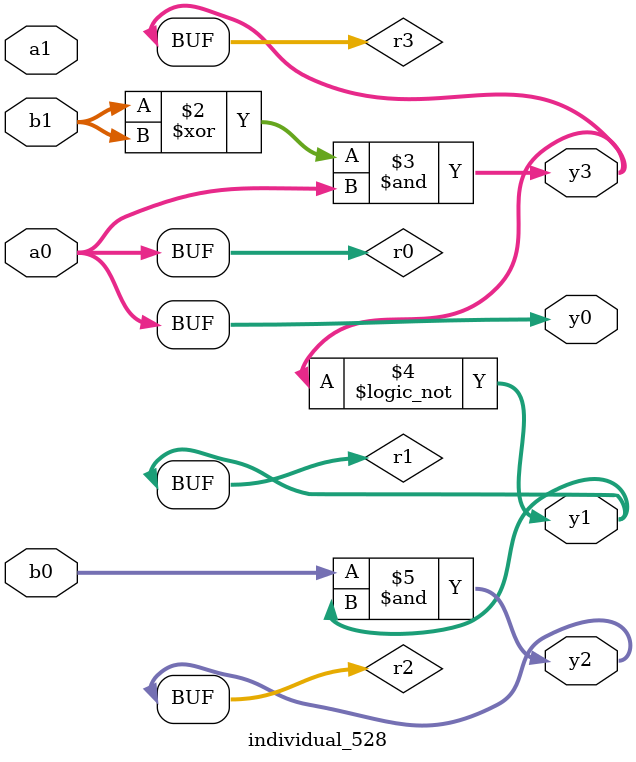
<source format=sv>
module individual_528(input logic [15:0] a1, input logic [15:0] a0, input logic [15:0] b1, input logic [15:0] b0, output logic [15:0] y3, output logic [15:0] y2, output logic [15:0] y1, output logic [15:0] y0);
logic [15:0] r0, r1, r2, r3; 
 always@(*) begin 
	 r0 = a0; r1 = a1; r2 = b0; r3 = b1; 
 	 r3  ^=  r3 ;
 	 r3  &=  a0 ;
 	 r1 = ! r3 ;
 	 r2  &=  r1 ;
 	 y3 = r3; y2 = r2; y1 = r1; y0 = r0; 
end
endmodule
</source>
